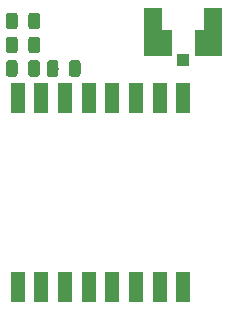
<source format=gtp>
G04 #@! TF.GenerationSoftware,KiCad,Pcbnew,(5.1.4)-1*
G04 #@! TF.CreationDate,2019-10-27T13:01:11+01:00*
G04 #@! TF.ProjectId,project,70726f6a-6563-4742-9e6b-696361645f70,1b*
G04 #@! TF.SameCoordinates,Original*
G04 #@! TF.FileFunction,Paste,Top*
G04 #@! TF.FilePolarity,Positive*
%FSLAX46Y46*%
G04 Gerber Fmt 4.6, Leading zero omitted, Abs format (unit mm)*
G04 Created by KiCad (PCBNEW (5.1.4)-1) date 2019-10-27 13:01:11*
%MOMM*%
%LPD*%
G04 APERTURE LIST*
%ADD10R,1.200000X2.500000*%
%ADD11R,1.000000X1.050000*%
%ADD12R,1.050000X2.200000*%
%ADD13R,1.524000X4.064000*%
%ADD14C,0.100000*%
%ADD15C,0.975000*%
G04 APERTURE END LIST*
D10*
X121130300Y-84278200D03*
X123130300Y-84278200D03*
X125130300Y-84278200D03*
X127130300Y-84278200D03*
X129130300Y-84278200D03*
X131130300Y-84278200D03*
X133130300Y-84278200D03*
X135130300Y-84278200D03*
X135130300Y-100278200D03*
X133130300Y-100278200D03*
X131130300Y-100278200D03*
X129130300Y-100278200D03*
X127130300Y-100278200D03*
X125130300Y-100278200D03*
X123130300Y-100278200D03*
X121130300Y-100278200D03*
D11*
X135126200Y-81098800D03*
D12*
X136601200Y-79593800D03*
X133651200Y-79593800D03*
D13*
X137666200Y-78663800D03*
X132586200Y-78663800D03*
D14*
G36*
X124346402Y-81091714D02*
G01*
X124370063Y-81095224D01*
X124393267Y-81101036D01*
X124415789Y-81109094D01*
X124437413Y-81119322D01*
X124457930Y-81131619D01*
X124477143Y-81145869D01*
X124494867Y-81161933D01*
X124510931Y-81179657D01*
X124525181Y-81198870D01*
X124537478Y-81219387D01*
X124547706Y-81241011D01*
X124555764Y-81263533D01*
X124561576Y-81286737D01*
X124565086Y-81310398D01*
X124566260Y-81334290D01*
X124566260Y-82246790D01*
X124565086Y-82270682D01*
X124561576Y-82294343D01*
X124555764Y-82317547D01*
X124547706Y-82340069D01*
X124537478Y-82361693D01*
X124525181Y-82382210D01*
X124510931Y-82401423D01*
X124494867Y-82419147D01*
X124477143Y-82435211D01*
X124457930Y-82449461D01*
X124437413Y-82461758D01*
X124415789Y-82471986D01*
X124393267Y-82480044D01*
X124370063Y-82485856D01*
X124346402Y-82489366D01*
X124322510Y-82490540D01*
X123835010Y-82490540D01*
X123811118Y-82489366D01*
X123787457Y-82485856D01*
X123764253Y-82480044D01*
X123741731Y-82471986D01*
X123720107Y-82461758D01*
X123699590Y-82449461D01*
X123680377Y-82435211D01*
X123662653Y-82419147D01*
X123646589Y-82401423D01*
X123632339Y-82382210D01*
X123620042Y-82361693D01*
X123609814Y-82340069D01*
X123601756Y-82317547D01*
X123595944Y-82294343D01*
X123592434Y-82270682D01*
X123591260Y-82246790D01*
X123591260Y-81334290D01*
X123592434Y-81310398D01*
X123595944Y-81286737D01*
X123601756Y-81263533D01*
X123609814Y-81241011D01*
X123620042Y-81219387D01*
X123632339Y-81198870D01*
X123646589Y-81179657D01*
X123662653Y-81161933D01*
X123680377Y-81145869D01*
X123699590Y-81131619D01*
X123720107Y-81119322D01*
X123741731Y-81109094D01*
X123764253Y-81101036D01*
X123787457Y-81095224D01*
X123811118Y-81091714D01*
X123835010Y-81090540D01*
X124322510Y-81090540D01*
X124346402Y-81091714D01*
X124346402Y-81091714D01*
G37*
D15*
X124078760Y-81790540D03*
D14*
G36*
X126221402Y-81091714D02*
G01*
X126245063Y-81095224D01*
X126268267Y-81101036D01*
X126290789Y-81109094D01*
X126312413Y-81119322D01*
X126332930Y-81131619D01*
X126352143Y-81145869D01*
X126369867Y-81161933D01*
X126385931Y-81179657D01*
X126400181Y-81198870D01*
X126412478Y-81219387D01*
X126422706Y-81241011D01*
X126430764Y-81263533D01*
X126436576Y-81286737D01*
X126440086Y-81310398D01*
X126441260Y-81334290D01*
X126441260Y-82246790D01*
X126440086Y-82270682D01*
X126436576Y-82294343D01*
X126430764Y-82317547D01*
X126422706Y-82340069D01*
X126412478Y-82361693D01*
X126400181Y-82382210D01*
X126385931Y-82401423D01*
X126369867Y-82419147D01*
X126352143Y-82435211D01*
X126332930Y-82449461D01*
X126312413Y-82461758D01*
X126290789Y-82471986D01*
X126268267Y-82480044D01*
X126245063Y-82485856D01*
X126221402Y-82489366D01*
X126197510Y-82490540D01*
X125710010Y-82490540D01*
X125686118Y-82489366D01*
X125662457Y-82485856D01*
X125639253Y-82480044D01*
X125616731Y-82471986D01*
X125595107Y-82461758D01*
X125574590Y-82449461D01*
X125555377Y-82435211D01*
X125537653Y-82419147D01*
X125521589Y-82401423D01*
X125507339Y-82382210D01*
X125495042Y-82361693D01*
X125484814Y-82340069D01*
X125476756Y-82317547D01*
X125470944Y-82294343D01*
X125467434Y-82270682D01*
X125466260Y-82246790D01*
X125466260Y-81334290D01*
X125467434Y-81310398D01*
X125470944Y-81286737D01*
X125476756Y-81263533D01*
X125484814Y-81241011D01*
X125495042Y-81219387D01*
X125507339Y-81198870D01*
X125521589Y-81179657D01*
X125537653Y-81161933D01*
X125555377Y-81145869D01*
X125574590Y-81131619D01*
X125595107Y-81119322D01*
X125616731Y-81109094D01*
X125639253Y-81101036D01*
X125662457Y-81095224D01*
X125686118Y-81091714D01*
X125710010Y-81090540D01*
X126197510Y-81090540D01*
X126221402Y-81091714D01*
X126221402Y-81091714D01*
G37*
D15*
X125953760Y-81790540D03*
D14*
G36*
X122761922Y-81091714D02*
G01*
X122785583Y-81095224D01*
X122808787Y-81101036D01*
X122831309Y-81109094D01*
X122852933Y-81119322D01*
X122873450Y-81131619D01*
X122892663Y-81145869D01*
X122910387Y-81161933D01*
X122926451Y-81179657D01*
X122940701Y-81198870D01*
X122952998Y-81219387D01*
X122963226Y-81241011D01*
X122971284Y-81263533D01*
X122977096Y-81286737D01*
X122980606Y-81310398D01*
X122981780Y-81334290D01*
X122981780Y-82246790D01*
X122980606Y-82270682D01*
X122977096Y-82294343D01*
X122971284Y-82317547D01*
X122963226Y-82340069D01*
X122952998Y-82361693D01*
X122940701Y-82382210D01*
X122926451Y-82401423D01*
X122910387Y-82419147D01*
X122892663Y-82435211D01*
X122873450Y-82449461D01*
X122852933Y-82461758D01*
X122831309Y-82471986D01*
X122808787Y-82480044D01*
X122785583Y-82485856D01*
X122761922Y-82489366D01*
X122738030Y-82490540D01*
X122250530Y-82490540D01*
X122226638Y-82489366D01*
X122202977Y-82485856D01*
X122179773Y-82480044D01*
X122157251Y-82471986D01*
X122135627Y-82461758D01*
X122115110Y-82449461D01*
X122095897Y-82435211D01*
X122078173Y-82419147D01*
X122062109Y-82401423D01*
X122047859Y-82382210D01*
X122035562Y-82361693D01*
X122025334Y-82340069D01*
X122017276Y-82317547D01*
X122011464Y-82294343D01*
X122007954Y-82270682D01*
X122006780Y-82246790D01*
X122006780Y-81334290D01*
X122007954Y-81310398D01*
X122011464Y-81286737D01*
X122017276Y-81263533D01*
X122025334Y-81241011D01*
X122035562Y-81219387D01*
X122047859Y-81198870D01*
X122062109Y-81179657D01*
X122078173Y-81161933D01*
X122095897Y-81145869D01*
X122115110Y-81131619D01*
X122135627Y-81119322D01*
X122157251Y-81109094D01*
X122179773Y-81101036D01*
X122202977Y-81095224D01*
X122226638Y-81091714D01*
X122250530Y-81090540D01*
X122738030Y-81090540D01*
X122761922Y-81091714D01*
X122761922Y-81091714D01*
G37*
D15*
X122494280Y-81790540D03*
D14*
G36*
X120886922Y-81091714D02*
G01*
X120910583Y-81095224D01*
X120933787Y-81101036D01*
X120956309Y-81109094D01*
X120977933Y-81119322D01*
X120998450Y-81131619D01*
X121017663Y-81145869D01*
X121035387Y-81161933D01*
X121051451Y-81179657D01*
X121065701Y-81198870D01*
X121077998Y-81219387D01*
X121088226Y-81241011D01*
X121096284Y-81263533D01*
X121102096Y-81286737D01*
X121105606Y-81310398D01*
X121106780Y-81334290D01*
X121106780Y-82246790D01*
X121105606Y-82270682D01*
X121102096Y-82294343D01*
X121096284Y-82317547D01*
X121088226Y-82340069D01*
X121077998Y-82361693D01*
X121065701Y-82382210D01*
X121051451Y-82401423D01*
X121035387Y-82419147D01*
X121017663Y-82435211D01*
X120998450Y-82449461D01*
X120977933Y-82461758D01*
X120956309Y-82471986D01*
X120933787Y-82480044D01*
X120910583Y-82485856D01*
X120886922Y-82489366D01*
X120863030Y-82490540D01*
X120375530Y-82490540D01*
X120351638Y-82489366D01*
X120327977Y-82485856D01*
X120304773Y-82480044D01*
X120282251Y-82471986D01*
X120260627Y-82461758D01*
X120240110Y-82449461D01*
X120220897Y-82435211D01*
X120203173Y-82419147D01*
X120187109Y-82401423D01*
X120172859Y-82382210D01*
X120160562Y-82361693D01*
X120150334Y-82340069D01*
X120142276Y-82317547D01*
X120136464Y-82294343D01*
X120132954Y-82270682D01*
X120131780Y-82246790D01*
X120131780Y-81334290D01*
X120132954Y-81310398D01*
X120136464Y-81286737D01*
X120142276Y-81263533D01*
X120150334Y-81241011D01*
X120160562Y-81219387D01*
X120172859Y-81198870D01*
X120187109Y-81179657D01*
X120203173Y-81161933D01*
X120220897Y-81145869D01*
X120240110Y-81131619D01*
X120260627Y-81119322D01*
X120282251Y-81109094D01*
X120304773Y-81101036D01*
X120327977Y-81095224D01*
X120351638Y-81091714D01*
X120375530Y-81090540D01*
X120863030Y-81090540D01*
X120886922Y-81091714D01*
X120886922Y-81091714D01*
G37*
D15*
X120619280Y-81790540D03*
D14*
G36*
X122774622Y-77053114D02*
G01*
X122798283Y-77056624D01*
X122821487Y-77062436D01*
X122844009Y-77070494D01*
X122865633Y-77080722D01*
X122886150Y-77093019D01*
X122905363Y-77107269D01*
X122923087Y-77123333D01*
X122939151Y-77141057D01*
X122953401Y-77160270D01*
X122965698Y-77180787D01*
X122975926Y-77202411D01*
X122983984Y-77224933D01*
X122989796Y-77248137D01*
X122993306Y-77271798D01*
X122994480Y-77295690D01*
X122994480Y-78208190D01*
X122993306Y-78232082D01*
X122989796Y-78255743D01*
X122983984Y-78278947D01*
X122975926Y-78301469D01*
X122965698Y-78323093D01*
X122953401Y-78343610D01*
X122939151Y-78362823D01*
X122923087Y-78380547D01*
X122905363Y-78396611D01*
X122886150Y-78410861D01*
X122865633Y-78423158D01*
X122844009Y-78433386D01*
X122821487Y-78441444D01*
X122798283Y-78447256D01*
X122774622Y-78450766D01*
X122750730Y-78451940D01*
X122263230Y-78451940D01*
X122239338Y-78450766D01*
X122215677Y-78447256D01*
X122192473Y-78441444D01*
X122169951Y-78433386D01*
X122148327Y-78423158D01*
X122127810Y-78410861D01*
X122108597Y-78396611D01*
X122090873Y-78380547D01*
X122074809Y-78362823D01*
X122060559Y-78343610D01*
X122048262Y-78323093D01*
X122038034Y-78301469D01*
X122029976Y-78278947D01*
X122024164Y-78255743D01*
X122020654Y-78232082D01*
X122019480Y-78208190D01*
X122019480Y-77295690D01*
X122020654Y-77271798D01*
X122024164Y-77248137D01*
X122029976Y-77224933D01*
X122038034Y-77202411D01*
X122048262Y-77180787D01*
X122060559Y-77160270D01*
X122074809Y-77141057D01*
X122090873Y-77123333D01*
X122108597Y-77107269D01*
X122127810Y-77093019D01*
X122148327Y-77080722D01*
X122169951Y-77070494D01*
X122192473Y-77062436D01*
X122215677Y-77056624D01*
X122239338Y-77053114D01*
X122263230Y-77051940D01*
X122750730Y-77051940D01*
X122774622Y-77053114D01*
X122774622Y-77053114D01*
G37*
D15*
X122506980Y-77751940D03*
D14*
G36*
X120899622Y-77053114D02*
G01*
X120923283Y-77056624D01*
X120946487Y-77062436D01*
X120969009Y-77070494D01*
X120990633Y-77080722D01*
X121011150Y-77093019D01*
X121030363Y-77107269D01*
X121048087Y-77123333D01*
X121064151Y-77141057D01*
X121078401Y-77160270D01*
X121090698Y-77180787D01*
X121100926Y-77202411D01*
X121108984Y-77224933D01*
X121114796Y-77248137D01*
X121118306Y-77271798D01*
X121119480Y-77295690D01*
X121119480Y-78208190D01*
X121118306Y-78232082D01*
X121114796Y-78255743D01*
X121108984Y-78278947D01*
X121100926Y-78301469D01*
X121090698Y-78323093D01*
X121078401Y-78343610D01*
X121064151Y-78362823D01*
X121048087Y-78380547D01*
X121030363Y-78396611D01*
X121011150Y-78410861D01*
X120990633Y-78423158D01*
X120969009Y-78433386D01*
X120946487Y-78441444D01*
X120923283Y-78447256D01*
X120899622Y-78450766D01*
X120875730Y-78451940D01*
X120388230Y-78451940D01*
X120364338Y-78450766D01*
X120340677Y-78447256D01*
X120317473Y-78441444D01*
X120294951Y-78433386D01*
X120273327Y-78423158D01*
X120252810Y-78410861D01*
X120233597Y-78396611D01*
X120215873Y-78380547D01*
X120199809Y-78362823D01*
X120185559Y-78343610D01*
X120173262Y-78323093D01*
X120163034Y-78301469D01*
X120154976Y-78278947D01*
X120149164Y-78255743D01*
X120145654Y-78232082D01*
X120144480Y-78208190D01*
X120144480Y-77295690D01*
X120145654Y-77271798D01*
X120149164Y-77248137D01*
X120154976Y-77224933D01*
X120163034Y-77202411D01*
X120173262Y-77180787D01*
X120185559Y-77160270D01*
X120199809Y-77141057D01*
X120215873Y-77123333D01*
X120233597Y-77107269D01*
X120252810Y-77093019D01*
X120273327Y-77080722D01*
X120294951Y-77070494D01*
X120317473Y-77062436D01*
X120340677Y-77056624D01*
X120364338Y-77053114D01*
X120388230Y-77051940D01*
X120875730Y-77051940D01*
X120899622Y-77053114D01*
X120899622Y-77053114D01*
G37*
D15*
X120631980Y-77751940D03*
D14*
G36*
X120899622Y-79082574D02*
G01*
X120923283Y-79086084D01*
X120946487Y-79091896D01*
X120969009Y-79099954D01*
X120990633Y-79110182D01*
X121011150Y-79122479D01*
X121030363Y-79136729D01*
X121048087Y-79152793D01*
X121064151Y-79170517D01*
X121078401Y-79189730D01*
X121090698Y-79210247D01*
X121100926Y-79231871D01*
X121108984Y-79254393D01*
X121114796Y-79277597D01*
X121118306Y-79301258D01*
X121119480Y-79325150D01*
X121119480Y-80237650D01*
X121118306Y-80261542D01*
X121114796Y-80285203D01*
X121108984Y-80308407D01*
X121100926Y-80330929D01*
X121090698Y-80352553D01*
X121078401Y-80373070D01*
X121064151Y-80392283D01*
X121048087Y-80410007D01*
X121030363Y-80426071D01*
X121011150Y-80440321D01*
X120990633Y-80452618D01*
X120969009Y-80462846D01*
X120946487Y-80470904D01*
X120923283Y-80476716D01*
X120899622Y-80480226D01*
X120875730Y-80481400D01*
X120388230Y-80481400D01*
X120364338Y-80480226D01*
X120340677Y-80476716D01*
X120317473Y-80470904D01*
X120294951Y-80462846D01*
X120273327Y-80452618D01*
X120252810Y-80440321D01*
X120233597Y-80426071D01*
X120215873Y-80410007D01*
X120199809Y-80392283D01*
X120185559Y-80373070D01*
X120173262Y-80352553D01*
X120163034Y-80330929D01*
X120154976Y-80308407D01*
X120149164Y-80285203D01*
X120145654Y-80261542D01*
X120144480Y-80237650D01*
X120144480Y-79325150D01*
X120145654Y-79301258D01*
X120149164Y-79277597D01*
X120154976Y-79254393D01*
X120163034Y-79231871D01*
X120173262Y-79210247D01*
X120185559Y-79189730D01*
X120199809Y-79170517D01*
X120215873Y-79152793D01*
X120233597Y-79136729D01*
X120252810Y-79122479D01*
X120273327Y-79110182D01*
X120294951Y-79099954D01*
X120317473Y-79091896D01*
X120340677Y-79086084D01*
X120364338Y-79082574D01*
X120388230Y-79081400D01*
X120875730Y-79081400D01*
X120899622Y-79082574D01*
X120899622Y-79082574D01*
G37*
D15*
X120631980Y-79781400D03*
D14*
G36*
X122774622Y-79082574D02*
G01*
X122798283Y-79086084D01*
X122821487Y-79091896D01*
X122844009Y-79099954D01*
X122865633Y-79110182D01*
X122886150Y-79122479D01*
X122905363Y-79136729D01*
X122923087Y-79152793D01*
X122939151Y-79170517D01*
X122953401Y-79189730D01*
X122965698Y-79210247D01*
X122975926Y-79231871D01*
X122983984Y-79254393D01*
X122989796Y-79277597D01*
X122993306Y-79301258D01*
X122994480Y-79325150D01*
X122994480Y-80237650D01*
X122993306Y-80261542D01*
X122989796Y-80285203D01*
X122983984Y-80308407D01*
X122975926Y-80330929D01*
X122965698Y-80352553D01*
X122953401Y-80373070D01*
X122939151Y-80392283D01*
X122923087Y-80410007D01*
X122905363Y-80426071D01*
X122886150Y-80440321D01*
X122865633Y-80452618D01*
X122844009Y-80462846D01*
X122821487Y-80470904D01*
X122798283Y-80476716D01*
X122774622Y-80480226D01*
X122750730Y-80481400D01*
X122263230Y-80481400D01*
X122239338Y-80480226D01*
X122215677Y-80476716D01*
X122192473Y-80470904D01*
X122169951Y-80462846D01*
X122148327Y-80452618D01*
X122127810Y-80440321D01*
X122108597Y-80426071D01*
X122090873Y-80410007D01*
X122074809Y-80392283D01*
X122060559Y-80373070D01*
X122048262Y-80352553D01*
X122038034Y-80330929D01*
X122029976Y-80308407D01*
X122024164Y-80285203D01*
X122020654Y-80261542D01*
X122019480Y-80237650D01*
X122019480Y-79325150D01*
X122020654Y-79301258D01*
X122024164Y-79277597D01*
X122029976Y-79254393D01*
X122038034Y-79231871D01*
X122048262Y-79210247D01*
X122060559Y-79189730D01*
X122074809Y-79170517D01*
X122090873Y-79152793D01*
X122108597Y-79136729D01*
X122127810Y-79122479D01*
X122148327Y-79110182D01*
X122169951Y-79099954D01*
X122192473Y-79091896D01*
X122215677Y-79086084D01*
X122239338Y-79082574D01*
X122263230Y-79081400D01*
X122750730Y-79081400D01*
X122774622Y-79082574D01*
X122774622Y-79082574D01*
G37*
D15*
X122506980Y-79781400D03*
M02*

</source>
